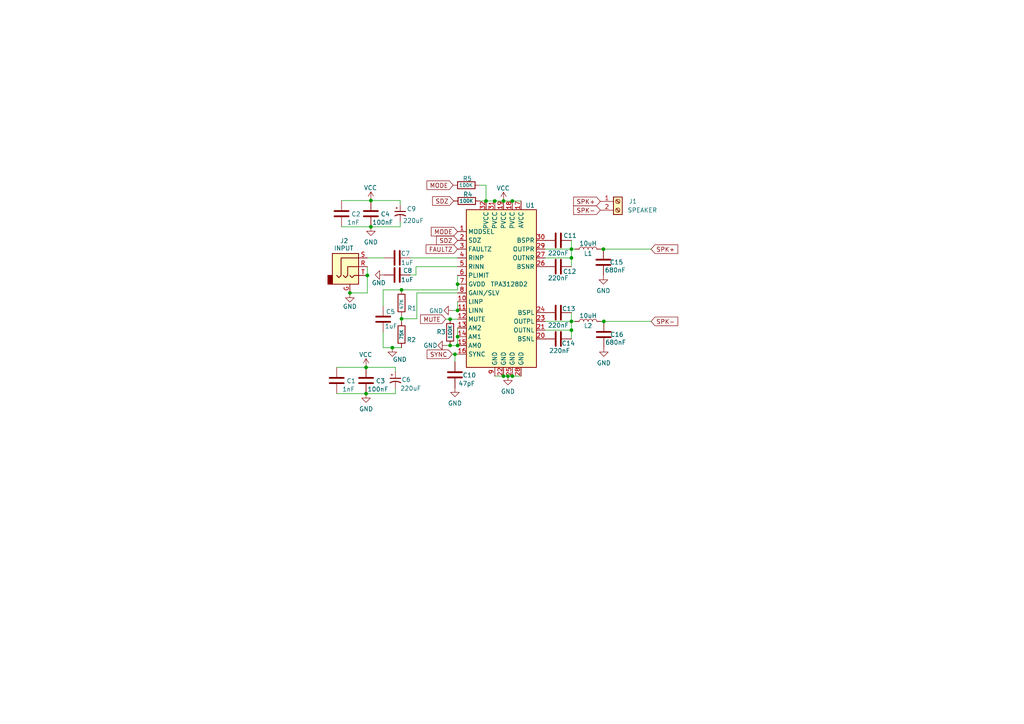
<source format=kicad_sch>
(kicad_sch (version 20230121) (generator eeschema)
  (paper "A4")
  (lib_symbols
    (symbol "Amplifier_Audio:SSM2165"
      (property "Reference" "U1" (at 6.985 25.4 0))
      (property "Value" "TPA3128D2" (at -3.175 2.54 0))
      (symbol "SSM2165_0_1"
        (rectangle (start -10.16 24.13) (end 10.16 -21.59) (stroke (width 0.254)) (fill (type background)))
      )
      (symbol "SSM2165_1_1"
        (pin passive line (at -12.7 17.78 0) (length 2.54) (name "MODSEL") (number "1"))
        (pin passive line (at -12.7 -2.54 0) (length 2.54) (name "LINP") (number "10"))
        (pin passive line (at -12.7 -5.08 0) (length 2.54) (name "LINN") (number "11"))
        (pin passive line (at -12.7 -7.62 0) (length 2.54) (name "MUTE") (number "12"))
        (pin passive line (at -12.7 -10.16 0) (length 2.54) (name "AM2") (number "13"))
        (pin passive line (at -12.7 -12.7 0) (length 2.54) (name "AM1") (number "14"))
        (pin passive line (at -12.7 -15.24 0) (length 2.54) (name "AM0") (number "15"))
        (pin passive line (at -12.7 -17.78 0) (length 2.54) (name "SYNC") (number "16"))
        (pin passive line (at 5.715 26.67 270) (length 2.54) (name "AVCC") (number "17"))
        (pin passive line (at 3.175 26.67 270) (length 2.54) (name "PVCC") (number "18"))
        (pin passive line (at 0.635 26.67 270) (length 2.54) (name "PVCC") (number "19"))
        (pin passive line (at -12.7 15.24 0) (length 2.54) (name "SDZ") (number "2"))
        (pin passive line (at 12.7 -13.335 180) (length 2.54) (name "BSNL") (number "20"))
        (pin passive line (at 12.7 -10.795 180) (length 2.54) (name "OUTNL") (number "21"))
        (pin passive line (at 0.635 -24.13 90) (length 2.54) (name "GND") (number "22"))
        (pin passive line (at 12.7 -8.255 180) (length 2.54) (name "OUTPL") (number "23"))
        (pin passive line (at 12.7 -5.715 180) (length 2.54) (name "BSPL") (number "24"))
        (pin passive line (at 3.175 -24.13 90) (length 2.54) (name "GND") (number "25"))
        (pin passive line (at 12.7 7.62 180) (length 2.54) (name "BSNR") (number "26"))
        (pin passive line (at 12.7 10.16 180) (length 2.54) (name "OUTNR") (number "27"))
        (pin passive line (at 5.715 -24.13 90) (length 2.54) (name "GND") (number "28"))
        (pin passive line (at 12.7 12.7 180) (length 2.54) (name "OUTPR") (number "29"))
        (pin passive line (at -12.7 12.7 0) (length 2.54) (name "FAULTZ") (number "3"))
        (pin passive line (at 12.7 15.24 180) (length 2.54) (name "BSPR") (number "30"))
        (pin passive line (at -1.905 26.67 270) (length 2.54) (name "PVCC") (number "31"))
        (pin passive line (at -4.445 26.67 270) (length 2.54) (name "PVCC") (number "32"))
        (pin passive line (at -12.7 10.16 0) (length 2.54) (name "RINP") (number "4"))
        (pin passive line (at -12.7 7.62 0) (length 2.54) (name "RINN") (number "5"))
        (pin passive line (at -12.7 5.08 0) (length 2.54) (name "PLIMIT") (number "6"))
        (pin passive line (at -12.7 2.54 0) (length 2.54) (name "GVDD") (number "7"))
        (pin passive line (at -12.7 0 0) (length 2.54) (name "GAIN/SLV") (number "8"))
        (pin passive line (at -1.905 -24.13 90) (length 2.54) (name "GND") (number "9"))
      )
    )
    (symbol "Connector:Screw_Terminal_01x02" (pin_names (offset 1.016) hide)
      (property "Reference" "J" (at 0 2.54 0))
      (property "Value" "Screw_Terminal_01x02" (at 0 -5.08 0))
      (symbol "Screw_Terminal_01x02_1_1"
        (rectangle (start -1.27 1.27) (end 1.27 -3.81) (stroke (width 0.254)) (fill (type background)))
        (circle (center 0 -2.54) (radius 0.635) (stroke (width 0.1524)))
        (polyline (pts (xy -0.5334 -2.2098) (xy 0.3302 -3.048)) (stroke (width 0.1524)))
        (polyline (pts (xy -0.5334 0.3302) (xy 0.3302 -0.508)) (stroke (width 0.1524)))
        (polyline (pts (xy -0.3556 -2.032) (xy 0.508 -2.8702)) (stroke (width 0.1524)))
        (polyline (pts (xy -0.3556 0.508) (xy 0.508 -0.3302)) (stroke (width 0.1524)))
        (circle (center 0 0) (radius 0.635) (stroke (width 0.1524)))
        (pin passive line (at -5.08 0 0) (length 3.81) (name "Pin_1") (number "1"))
        (pin passive line (at -5.08 -2.54 0) (length 3.81) (name "Pin_2") (number "2"))
      )
    )
    (symbol "Connector_Audio:NRJ3HF-1"
      (property "Reference" "J" (at 0 8.89 0))
      (property "Value" "NRJ3HF-1" (at 0 6.35 0))
      (symbol "NRJ3HF-1_0_1"
        (rectangle (start -5.08 -2.54) (end -6.35 -5.08) (stroke (width 0.254)) (fill (type outline)))
        (polyline (pts (xy 0 -2.54) (xy 0.635 -3.175) (xy 1.27 -2.54) (xy 2.54 -2.54)) (stroke (width 0.254)))
        (polyline (pts (xy -1.905 -2.54) (xy -1.27 -3.175) (xy -0.635 -2.54) (xy -0.635 0) (xy 2.54 0)) (stroke (width 0.254)))
        (polyline (pts (xy 2.54 2.54) (xy -2.54 2.54) (xy -2.54 -2.54) (xy -3.175 -3.175) (xy -3.81 -2.54)) (stroke (width 0.254)))
        (rectangle (start 2.54 3.81) (end -5.08 -5.08) (stroke (width 0.254)) (fill (type background)))
      )
      (symbol "NRJ3HF-1_1_1"
        (pin passive line (at 0 -7.62 90) (length 2.54) (name "~") (number "G"))
        (pin passive line (at 5.08 0 180) (length 2.54) (name "~") (number "R"))
        (pin passive line (at 5.08 2.54 180) (length 2.54) (name "~") (number "S"))
        (pin passive line (at 5.08 -2.54 180) (length 2.54) (name "~") (number "T"))
      )
    )
    (symbol "Device:C" (pin_numbers hide) (pin_names (offset 0.254))
      (property "Reference" "C" (at 0.635 2.54 0))
      (property "Value" "C" (at 0.635 -2.54 0))
      (symbol "C_0_1"
        (polyline (pts (xy -2.032 -0.762) (xy 2.032 -0.762)) (stroke (width 0.508)))
        (polyline (pts (xy -2.032 0.762) (xy 2.032 0.762)) (stroke (width 0.508)))
      )
      (symbol "C_1_1"
        (pin passive line (at 0 3.81 270) (length 2.794) (name "~") (number "1"))
        (pin passive line (at 0 -3.81 90) (length 2.794) (name "~") (number "2"))
      )
    )
    (symbol "Device:C_Polarized_Small_US" (pin_numbers hide) (pin_names (offset 0.254) hide)
      (property "Reference" "C" (at 0.254 1.778 0))
      (property "Value" "C_Polarized_Small_US" (at 0.254 -2.032 0))
      (symbol "C_Polarized_Small_US_0_1"
        (polyline (pts (xy -1.524 0.508) (xy 1.524 0.508)) (stroke (width 0.3048)))
        (polyline (pts (xy -1.27 1.524) (xy -0.762 1.524)))
        (polyline (pts (xy -1.016 1.27) (xy -1.016 1.778)))
        (arc (start 1.524 -0.762) (mid 0 -0.3734) (end -1.524 -0.762) (stroke (width 0.3048)))
      )
      (symbol "C_Polarized_Small_US_1_1"
        (pin passive line (at 0 2.54 270) (length 2.032) (name "~") (number "1"))
        (pin passive line (at 0 -2.54 90) (length 2.032) (name "~") (number "2"))
      )
    )
    (symbol "Device:L" (pin_numbers hide) (pin_names (offset 1.016) hide)
      (property "Reference" "L" (at -1.27 0 90))
      (property "Value" "L" (at 1.905 0 90))
      (symbol "L_0_1"
        (arc (start 0 -2.54) (mid 0.6323 -1.905) (end 0 -1.27))
        (arc (start 0 -1.27) (mid 0.6323 -0.635) (end 0 0))
        (arc (start 0 0) (mid 0.6323 0.635) (end 0 1.27))
        (arc (start 0 1.27) (mid 0.6323 1.905) (end 0 2.54))
      )
      (symbol "L_1_1"
        (pin passive line (at 0 3.81 270) (length 1.27) (name "1") (number "1"))
        (pin passive line (at 0 -3.81 90) (length 1.27) (name "2") (number "2"))
      )
    )
    (symbol "Device:R" (pin_numbers hide) (pin_names (offset 0))
      (property "Reference" "R" (at 2.032 0 90))
      (property "Value" "R" (at 0 0 90))
      (symbol "R_0_1"
        (rectangle (start -1.016 -2.54) (end 1.016 2.54) (stroke (width 0.254)))
      )
      (symbol "R_1_1"
        (pin passive line (at 0 3.81 270) (length 1.27) (name "~") (number "1"))
        (pin passive line (at 0 -3.81 90) (length 1.27) (name "~") (number "2"))
      )
    )
    (symbol "power:GND" (power) (pin_names (offset 0))
      (property "Value" "GND" (at 0 -3.81 0))
      (symbol "GND_0_1"
        (polyline (pts (xy 0 0) (xy 0 -1.27) (xy 1.27 -1.27) (xy 0 -2.54) (xy -1.27 -1.27) (xy 0 -1.27)))
      )
      (symbol "GND_1_1"
        (pin power_in line (at 0 0 270) (length 0) hide (name "GND") (number "1"))
      )
    )
    (symbol "power:VCC" (power) (pin_names (offset 0))
      (property "Value" "VCC" (at 0 3.81 0))
      (symbol "VCC_0_1"
        (polyline (pts (xy -0.762 1.27) (xy 0 2.54)))
        (polyline (pts (xy 0 0) (xy 0 2.54)))
        (polyline (pts (xy 0 2.54) (xy 0.762 1.27)))
      )
      (symbol "VCC_1_1"
        (pin power_in line (at 0 0 90) (length 0) hide (name "VCC") (number "1"))
      )
    )
  )
  (junction (at 132.715 82.423))
  (junction (at 175.133 93.218))
  (junction (at 101.473 84.963))
  (junction (at 147.32 109.093))
  (junction (at 148.59 58.293))
  (junction (at 146.05 109.093))
  (junction (at 165.735 93.218))
  (junction (at 165.735 95.758))
  (junction (at 132.715 97.663))
  (junction (at 146.05 58.293))
  (junction (at 165.735 72.263))
  (junction (at 131.953 102.743))
  (junction (at 130.556 92.583))
  (junction (at 106.553 79.883))
  (junction (at 106.172 114.173))
  (junction (at 132.715 100.203))
  (junction (at 116.459 84.074))
  (junction (at 130.556 100.203))
  (junction (at 107.569 65.786))
  (junction (at 132.715 90.043))
  (junction (at 113.792 100.838))
  (junction (at 107.569 58.166))
  (junction (at 106.172 106.553))
  (junction (at 175.006 72.263))
  (junction (at 140.97 58.293))
  (junction (at 165.735 74.803))
  (junction (at 116.459 92.456))
  (junction (at 143.51 58.293))
  (junction (at 148.59 109.093))
  (wire (pts (xy 120.904 92.456) (xy 116.459 92.456)))
  (wire (pts (xy 120.904 84.963) (xy 120.904 92.456)))
  (wire (pts (xy 175.006 72.263) (xy 188.849 72.263)))
  (wire (pts (xy 165.735 90.678) (xy 165.735 93.218)))
  (wire (pts (xy 106.172 114.173) (xy 97.663 114.173)))
  (wire (pts (xy 131.191 102.743) (xy 131.953 102.743)))
  (wire (pts (xy 132.715 84.963) (xy 120.904 84.963)))
  (wire (pts (xy 106.553 77.343) (xy 106.553 79.883)))
  (wire (pts (xy 111.125 84.074) (xy 116.459 84.074)))
  (wire (pts (xy 107.569 58.166) (xy 99.06 58.166)))
  (wire (pts (xy 116.459 91.694) (xy 116.459 92.456)))
  (wire (pts (xy 166.751 93.218) (xy 165.735 93.218)))
  (wire (pts (xy 165.735 95.758) (xy 158.115 95.758)))
  (wire (pts (xy 132.715 82.423) (xy 132.715 84.074)))
  (wire (pts (xy 165.735 93.218) (xy 158.115 93.218)))
  (wire (pts (xy 139.192 58.293) (xy 140.97 58.293)))
  (wire (pts (xy 139.065 53.721) (xy 140.97 53.721)))
  (wire (pts (xy 120.65 77.343) (xy 132.715 77.343)))
  (wire (pts (xy 107.569 65.786) (xy 116.078 65.786)))
  (wire (pts (xy 116.078 59.309) (xy 116.078 58.166)))
  (wire (pts (xy 106.553 79.883) (xy 106.553 84.963)))
  (wire (pts (xy 132.715 95.123) (xy 132.715 97.663)))
  (wire (pts (xy 165.735 93.218) (xy 165.735 95.758)))
  (wire (pts (xy 130.556 100.203) (xy 132.715 100.203)))
  (wire (pts (xy 116.078 58.166) (xy 107.569 58.166)))
  (wire (pts (xy 132.715 87.503) (xy 132.715 90.043)))
  (wire (pts (xy 165.735 74.803) (xy 158.115 74.803)))
  (wire (pts (xy 114.681 114.173) (xy 114.681 112.776)))
  (wire (pts (xy 130.556 92.583) (xy 132.715 92.583)))
  (wire (pts (xy 106.172 106.553) (xy 114.681 106.553)))
  (wire (pts (xy 113.792 100.838) (xy 116.459 100.838)))
  (wire (pts (xy 131.953 104.902) (xy 131.953 102.743)))
  (wire (pts (xy 132.715 97.663) (xy 132.715 100.203)))
  (wire (pts (xy 116.459 92.456) (xy 116.459 93.218)))
  (wire (pts (xy 147.32 109.093) (xy 148.59 109.093)))
  (wire (pts (xy 129.286 92.583) (xy 130.556 92.583)))
  (wire (pts (xy 174.371 93.218) (xy 175.133 93.218)))
  (wire (pts (xy 131.953 102.743) (xy 132.715 102.743)))
  (wire (pts (xy 111.125 100.838) (xy 113.792 100.838)))
  (wire (pts (xy 111.125 96.393) (xy 111.125 100.838)))
  (wire (pts (xy 118.999 79.756) (xy 120.65 79.756)))
  (wire (pts (xy 118.999 74.803) (xy 132.715 74.803)))
  (wire (pts (xy 101.473 84.963) (xy 106.553 84.963)))
  (wire (pts (xy 166.751 72.263) (xy 165.735 72.263)))
  (wire (pts (xy 132.715 84.074) (xy 116.459 84.074)))
  (wire (pts (xy 165.735 72.263) (xy 165.735 74.803)))
  (wire (pts (xy 106.172 114.173) (xy 114.681 114.173)))
  (wire (pts (xy 106.172 106.553) (xy 97.663 106.553)))
  (wire (pts (xy 174.371 72.263) (xy 175.006 72.263)))
  (wire (pts (xy 116.078 65.786) (xy 116.078 64.389)))
  (wire (pts (xy 120.65 79.756) (xy 120.65 77.343)))
  (wire (pts (xy 165.735 98.298) (xy 165.735 95.758)))
  (wire (pts (xy 147.32 109.093) (xy 146.05 109.093)))
  (wire (pts (xy 148.59 58.293) (xy 151.13 58.293)))
  (wire (pts (xy 148.59 109.093) (xy 151.13 109.093)))
  (wire (pts (xy 101.473 84.963) (xy 101.473 85.09)))
  (wire (pts (xy 129.54 100.203) (xy 130.556 100.203)))
  (wire (pts (xy 146.05 58.293) (xy 148.59 58.293)))
  (wire (pts (xy 140.97 53.721) (xy 140.97 58.293)))
  (wire (pts (xy 143.51 58.293) (xy 146.05 58.293)))
  (wire (pts (xy 131.318 90.043) (xy 132.715 90.043)))
  (wire (pts (xy 111.125 88.773) (xy 111.125 84.074)))
  (wire (pts (xy 146.05 109.093) (xy 143.51 109.093)))
  (wire (pts (xy 140.97 58.293) (xy 143.51 58.293)))
  (wire (pts (xy 132.715 79.883) (xy 132.715 82.423)))
  (wire (pts (xy 107.569 65.786) (xy 99.06 65.786)))
  (wire (pts (xy 165.735 69.723) (xy 165.735 72.263)))
  (wire (pts (xy 165.735 77.343) (xy 165.735 74.803)))
  (wire (pts (xy 165.735 72.263) (xy 158.115 72.263)))
  (wire (pts (xy 114.681 107.696) (xy 114.681 106.553)))
  (wire (pts (xy 106.553 74.803) (xy 111.379 74.803)))
  (wire (pts (xy 175.133 93.218) (xy 188.849 93.218)))
  (global_label "SPK+" (shape input) (at 188.849 72.263 0) (property "Intersheetrefs" "${INTERSHEET_REFS}" (effects hide)))
  (global_label "SDZ" (shape input) (at 131.572 58.293 180) (property "Intersheetrefs" "${INTERSHEET_REFS}" (effects hide)))
  (global_label "SDZ" (shape input) (at 132.715 69.723 180) (property "Intersheetrefs" "${INTERSHEET_REFS}" (effects hide)))
  (global_label "MODE" (shape input) (at 132.715 67.183 180) (property "Intersheetrefs" "${INTERSHEET_REFS}" (effects hide)))
  (global_label "FAULTZ" (shape input) (at 132.715 72.263 180) (property "Intersheetrefs" "${INTERSHEET_REFS}" (effects hide)))
  (global_label "MODE" (shape input) (at 131.445 53.721 180) (property "Intersheetrefs" "${INTERSHEET_REFS}" (effects hide)))
  (global_label "SPK-" (shape input) (at 188.849 93.218 0) (property "Intersheetrefs" "${INTERSHEET_REFS}" (effects hide)))
  (global_label "MUTE" (shape input) (at 129.286 92.583 180) (property "Intersheetrefs" "${INTERSHEET_REFS}" (effects hide)))
  (global_label "SYNC" (shape input) (at 131.191 102.743 180) (property "Intersheetrefs" "${INTERSHEET_REFS}" (effects hide)))
  (global_label "SPK+" (shape input) (at 174.117 58.42 180) (property "Intersheetrefs" "${INTERSHEET_REFS}" (effects hide)))
  (global_label "SPK-" (shape input) (at 174.117 60.96 180) (property "Intersheetrefs" "${INTERSHEET_REFS}" (effects hide)))
  (symbol (lib_id "Device:R") (at 130.556 96.393 0) (unit 1)
    (property "Reference" "R3" (at 126.619 96.266 0) (effects (justify left)))
    (property "Value" "100K" (at 130.556 98.298 90) (effects (font (size 1 1)) (justify left)))
  )
  (symbol (lib_id "power:VCC") (at 107.569 58.166 0) (unit 1)
    (property "Reference" "#PWR03" (effects hide))
    (property "Value" "VCC" (at 107.442 54.483 0))
  )
  (symbol (lib_id "power:GND") (at 106.172 114.173 0) (unit 1)
    (property "Reference" "#PWR02" (effects hide))
    (property "Value" "GND" (at 106.172 118.618 0))
  )
  (symbol (lib_id "Connector:Screw_Terminal_01x02") (at 179.197 58.42 0) (unit 1)
    (property "Reference" "J1" (at 182.372 58.42 0) (effects (justify left)))
    (property "Value" "SPEAKER" (at 181.991 60.96 0) (effects (justify left)))
  )
  (symbol (lib_id "Device:C") (at 97.663 110.363 0) (mirror x) (unit 1)
    (property "Reference" "C1" (at 101.854 110.49 0))
    (property "Value" "1nF" (at 101.092 112.903 0))
  )
  (symbol (lib_id "power:VCC") (at 106.172 106.553 0) (unit 1)
    (property "Reference" "#PWR01" (effects hide))
    (property "Value" "VCC" (at 106.045 102.87 0))
  )
  (symbol (lib_id "Device:R") (at 116.459 87.884 0) (unit 1)
    (property "Reference" "R1" (at 118.11 89.408 0) (effects (justify left)))
    (property "Value" "47K" (at 116.459 89.789 90) (effects (font (size 1 1)) (justify left)))
  )
  (symbol (lib_id "power:GND") (at 107.569 65.786 0) (unit 1)
    (property "Reference" "#PWR04" (effects hide))
    (property "Value" "GND" (at 107.569 70.231 0))
  )
  (symbol (lib_id "Device:C") (at 161.925 77.343 90) (mirror x) (unit 1)
    (property "Reference" "C12" (at 165.227 78.74 90))
    (property "Value" "220nF" (at 161.925 80.645 90))
  )
  (symbol (lib_id "Device:C") (at 161.925 90.678 90) (unit 1)
    (property "Reference" "C13" (at 164.973 89.535 90))
    (property "Value" "220nF" (at 161.925 94.361 90))
  )
  (symbol (lib_id "power:GND") (at 101.473 85.09 0) (unit 1)
    (property "Reference" "#PWR014" (effects hide))
    (property "Value" "GND" (at 101.473 88.9 0))
  )
  (symbol (lib_id "power:GND") (at 131.318 90.043 270) (unit 1)
    (property "Reference" "#PWR08" (effects hide))
    (property "Value" "GND" (at 126.492 90.17 90))
  )
  (symbol (lib_id "power:GND") (at 111.379 79.756 270) (unit 1)
    (property "Reference" "#PWR05" (effects hide))
    (property "Value" "GND" (at 109.855 82.042 90))
  )
  (symbol (lib_id "Device:C") (at 175.006 76.073 0) (mirror x) (unit 1)
    (property "Reference" "C15" (at 178.816 76.073 0))
    (property "Value" "680nF" (at 178.435 78.359 0))
  )
  (symbol (lib_id "power:GND") (at 147.32 109.093 0) (unit 1)
    (property "Reference" "#PWR011" (effects hide))
    (property "Value" "GND" (at 147.32 113.538 0))
  )
  (symbol (lib_id "Device:R") (at 135.382 58.293 90) (unit 1)
    (property "Reference" "R4" (at 137.033 56.388 90) (effects (justify left)))
    (property "Value" "100K" (at 137.287 58.293 90) (effects (font (size 1 1)) (justify left)))
  )
  (symbol (lib_id "Device:C") (at 99.06 61.976 0) (mirror x) (unit 1)
    (property "Reference" "C2" (at 103.251 62.103 0))
    (property "Value" "1nF" (at 102.489 64.516 0))
  )
  (symbol (lib_id "Device:C") (at 111.125 92.583 0) (mirror y) (unit 1)
    (property "Reference" "C5" (at 113.284 90.424 0))
    (property "Value" "1uF" (at 113.411 94.615 0))
  )
  (symbol (lib_id "power:VCC") (at 146.05 58.293 0) (unit 1)
    (property "Reference" "#PWR010" (effects hide))
    (property "Value" "VCC" (at 145.923 54.61 0))
  )
  (symbol (lib_id "Amplifier_Audio:SSM2165") (at 145.415 84.963 0) (unit 1)
    (property "Reference" "U1" (at 152.4 59.563 0) (effects (justify left)))
    (property "Value" "TPA3128D2" (at 142.24 82.423 0) (effects (justify left)))
    (property "Footprint" "Package_SO:HTSSOP-32-1EP_6.1x11mm_P0.65mm_EP5.2x11mm_Mask4.11x4.36mm" (effects hide))
  )
  (symbol (lib_id "Device:C_Polarized_Small_US") (at 116.078 61.849 0) (unit 1)
    (property "Reference" "C9" (at 117.983 60.579 0) (effects (justify left)))
    (property "Value" "220uF" (at 116.84 64.008 0) (effects (justify left)))
  )
  (symbol (lib_id "Device:R") (at 116.459 97.028 0) (unit 1)
    (property "Reference" "R2" (at 117.983 98.552 0) (effects (justify left)))
    (property "Value" "75K" (at 116.459 98.552 90) (effects (font (size 1 1)) (justify left)))
  )
  (symbol (lib_id "Device:C") (at 115.189 79.756 270) (mirror x) (unit 1)
    (property "Reference" "C8" (at 118.237 78.486 90))
    (property "Value" "1uF" (at 118.11 81.153 90))
  )
  (symbol (lib_id "power:GND") (at 175.006 79.883 0) (unit 1)
    (property "Reference" "#PWR012" (effects hide))
    (property "Value" "GND" (at 175.006 84.328 0))
  )
  (symbol (lib_id "Connector_Audio:NRJ3HF-1") (at 101.473 77.343 0) (unit 1)
    (property "Reference" "J2" (at 99.822 69.85 0))
    (property "Value" "INPUT" (at 99.695 72.009 0))
    (property "Footprint" "Connector_Audio:Jack_6.35mm_Neutrik_NRJ3HF-1_Horizontal" (effects hide))
    (property "Datasheet" "https://www.neutrik.com/en/product/nrj3hf-1" (effects hide))
  )
  (symbol (lib_id "Device:C_Polarized_Small_US") (at 114.681 110.236 0) (unit 1)
    (property "Reference" "C6" (at 116.459 110.109 0) (effects (justify left)))
    (property "Value" "220uF" (at 116.078 112.649 0) (effects (justify left)))
  )
  (symbol (lib_id "power:GND") (at 131.953 112.522 0) (unit 1)
    (property "Reference" "#PWR09" (effects hide))
    (property "Value" "GND" (at 131.953 116.967 0))
  )
  (symbol (lib_id "Device:C") (at 115.189 74.803 270) (mirror x) (unit 1)
    (property "Reference" "C7" (at 117.602 73.533 90))
    (property "Value" "1uF" (at 118.11 76.2 90))
  )
  (symbol (lib_id "Device:L") (at 170.561 72.263 90) (unit 1)
    (property "Reference" "L1" (at 170.561 73.533 90))
    (property "Value" "10uH" (at 170.561 70.612 90))
  )
  (symbol (lib_id "Device:C") (at 161.925 98.298 90) (mirror x) (unit 1)
    (property "Reference" "C14" (at 164.846 99.568 90))
    (property "Value" "220nF" (at 162.306 101.727 90))
  )
  (symbol (lib_id "Device:C") (at 131.953 108.712 0) (mirror x) (unit 1)
    (property "Reference" "C10" (at 136.144 108.839 0))
    (property "Value" "47pF" (at 135.382 111.252 0))
  )
  (symbol (lib_id "Device:R") (at 135.255 53.721 90) (unit 1)
    (property "Reference" "R5" (at 136.906 51.816 90) (effects (justify left)))
    (property "Value" "100K" (at 137.16 53.721 90) (effects (font (size 1 1)) (justify left)))
  )
  (symbol (lib_id "power:GND") (at 113.792 100.838 0) (unit 1)
    (property "Reference" "#PWR06" (effects hide))
    (property "Value" "GND" (at 115.951 104.267 0))
  )
  (symbol (lib_id "Device:L") (at 170.561 93.218 90) (unit 1)
    (property "Reference" "L2" (at 170.561 94.488 90))
    (property "Value" "10uH" (at 170.561 91.567 90))
  )
  (symbol (lib_id "power:GND") (at 129.54 100.203 270) (unit 1)
    (property "Reference" "#PWR07" (effects hide))
    (property "Value" "GND" (at 124.841 100.203 90))
  )
  (symbol (lib_id "Device:C") (at 106.172 110.363 0) (mirror x) (unit 1)
    (property "Reference" "C3" (at 110.363 110.49 0))
    (property "Value" "100nF" (at 109.601 112.903 0))
  )
  (symbol (lib_id "Device:C") (at 175.133 97.028 0) (mirror x) (unit 1)
    (property "Reference" "C16" (at 178.943 97.028 0))
    (property "Value" "680nF" (at 178.562 99.314 0))
  )
  (symbol (lib_id "Device:C") (at 161.925 69.723 90) (unit 1)
    (property "Reference" "C11" (at 165.354 68.326 90))
    (property "Value" "220nF" (at 161.925 73.406 90))
  )
  (symbol (lib_id "Device:C") (at 107.569 61.976 0) (mirror x) (unit 1)
    (property "Reference" "C4" (at 111.76 62.103 0))
    (property "Value" "100nF" (at 110.998 64.516 0))
  )
  (symbol (lib_id "power:GND") (at 175.133 100.838 0) (unit 1)
    (property "Reference" "#PWR013" (effects hide))
    (property "Value" "GND" (at 175.133 105.283 0))
  )
)
</source>
